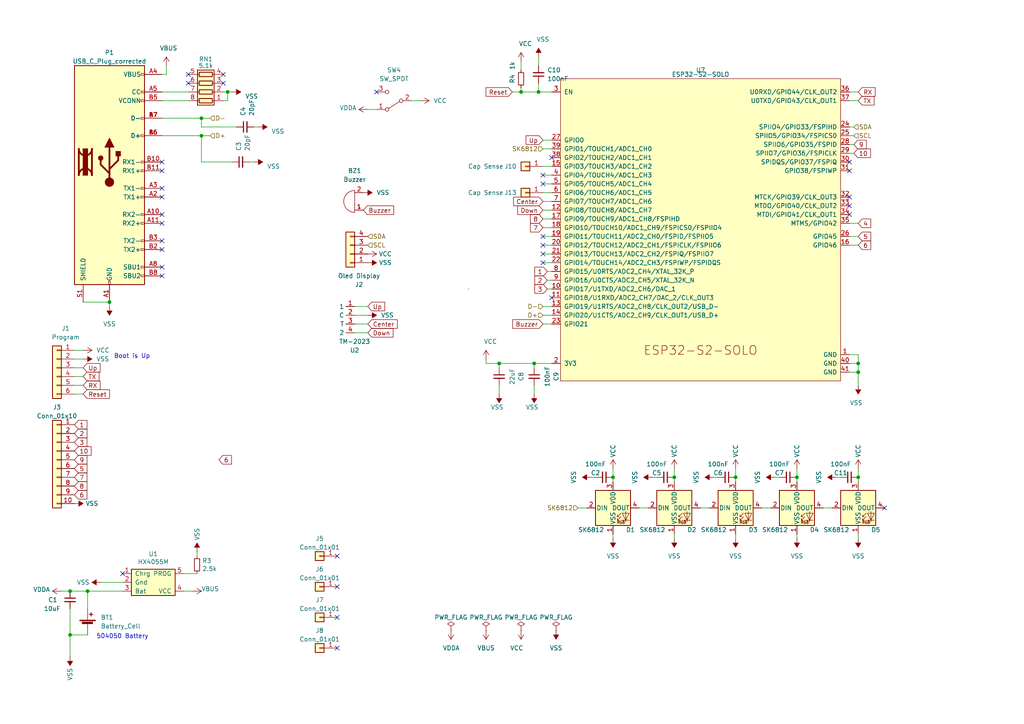
<source format=kicad_sch>
(kicad_sch (version 20220404) (generator eeschema)
  (paper "A4")
  (lib_symbols
    (symbol "Connector_Generic:Conn_01x01" (pin_names (offset 1.016) hide)
      (property "Reference" "J" (at 0 2.54 0))
      (property "Value" "Conn_01x01" (at 0 -2.54 0))
      (symbol "Conn_01x01_1_1"
        (pin passive line (at -5.08 0 0) (length 3.81) (name "Pin_1") (number "1"))
      )
    )
    (symbol "Connector_Generic:Conn_01x04" (pin_names (offset 1.016) hide)
      (property "Reference" "J" (at 0 5.08 0))
      (property "Value" "Conn_01x04" (at 0 -7.62 0))
      (symbol "Conn_01x04_1_1"
        (pin passive line (at -5.08 2.54 0) (length 3.81) (name "Pin_1") (number "1"))
        (pin passive line (at -5.08 0 0) (length 3.81) (name "Pin_2") (number "2"))
        (pin passive line (at -5.08 -2.54 0) (length 3.81) (name "Pin_3") (number "3"))
        (pin passive line (at -5.08 -5.08 0) (length 3.81) (name "Pin_4") (number "4"))
      )
    )
    (symbol "Connector_Generic:Conn_01x06" (pin_names (offset 1.016) hide)
      (property "Reference" "J" (at 0 7.62 0))
      (property "Value" "Conn_01x06" (at 0 -10.16 0))
      (symbol "Conn_01x06_1_1"
        (pin passive line (at -5.08 5.08 0) (length 3.81) (name "Pin_1") (number "1"))
        (pin passive line (at -5.08 2.54 0) (length 3.81) (name "Pin_2") (number "2"))
        (pin passive line (at -5.08 0 0) (length 3.81) (name "Pin_3") (number "3"))
        (pin passive line (at -5.08 -2.54 0) (length 3.81) (name "Pin_4") (number "4"))
        (pin passive line (at -5.08 -5.08 0) (length 3.81) (name "Pin_5") (number "5"))
        (pin passive line (at -5.08 -7.62 0) (length 3.81) (name "Pin_6") (number "6"))
      )
    )
    (symbol "Connector_Generic:Conn_01x10" (pin_names (offset 1.016) hide)
      (property "Reference" "J" (at 0 12.7 0))
      (property "Value" "Conn_01x10" (at 0 -15.24 0))
      (symbol "Conn_01x10_1_1"
        (pin passive line (at -5.08 10.16 0) (length 3.81) (name "Pin_1") (number "1"))
        (pin passive line (at -5.08 -12.7 0) (length 3.81) (name "Pin_10") (number "10"))
        (pin passive line (at -5.08 7.62 0) (length 3.81) (name "Pin_2") (number "2"))
        (pin passive line (at -5.08 5.08 0) (length 3.81) (name "Pin_3") (number "3"))
        (pin passive line (at -5.08 2.54 0) (length 3.81) (name "Pin_4") (number "4"))
        (pin passive line (at -5.08 0 0) (length 3.81) (name "Pin_5") (number "5"))
        (pin passive line (at -5.08 -2.54 0) (length 3.81) (name "Pin_6") (number "6"))
        (pin passive line (at -5.08 -5.08 0) (length 3.81) (name "Pin_7") (number "7"))
        (pin passive line (at -5.08 -7.62 0) (length 3.81) (name "Pin_8") (number "8"))
        (pin passive line (at -5.08 -10.16 0) (length 3.81) (name "Pin_9") (number "9"))
      )
    )
    (symbol "Deauth:TM-2023"
      (property "Reference" "U" (at 0 0 0))
      (property "Value" "TM-2023" (at 0 0 0))
      (symbol "TM-2023_1_1"
        (pin input line (at 0 10.16 180) (length 2.54) (name "1") (number "1"))
        (pin input line (at 0 7.62 180) (length 2.54) (name "C") (number "2"))
        (pin input line (at 0 5.08 180) (length 2.54) (name "T") (number "3"))
        (pin input line (at 0 2.54 180) (length 2.54) (name "2") (number "4"))
      )
    )
    (symbol "Device:Battery_Cell" (pin_numbers hide) (pin_names (offset 0) hide)
      (property "Reference" "BT" (at 2.54 2.54 0))
      (property "Value" "Battery_Cell" (at 2.54 0 0))
      (symbol "Battery_Cell_1_1"
        (pin passive line (at 0 5.08 270) (length 2.54) (name "+") (number "1"))
        (pin passive line (at 0 -2.54 90) (length 2.54) (name "-") (number "2"))
      )
    )
    (symbol "Device:Buzzer" (pin_names (offset 0.0254) hide)
      (property "Reference" "BZ" (at 3.81 1.27 0))
      (property "Value" "Buzzer" (at 3.81 -1.27 0))
      (symbol "Buzzer_1_1"
        (pin passive line (at -2.54 2.54 0) (length 2.54) (name "-") (number "1"))
        (pin passive line (at -2.54 -2.54 0) (length 2.54) (name "+") (number "2"))
      )
    )
    (symbol "Device:C_Small" (pin_numbers hide) (pin_names (offset 0.254) hide)
      (property "Reference" "C" (at 0.254 1.778 0))
      (property "Value" "C_Small" (at 0.254 -2.032 0))
      (symbol "C_Small_1_1"
        (pin passive line (at 0 2.54 270) (length 2.032) (name "~") (number "1"))
        (pin passive line (at 0 -2.54 90) (length 2.032) (name "~") (number "2"))
      )
    )
    (symbol "Device:R_Pack04" (pin_names (offset 0) hide)
      (property "Reference" "RN" (at -7.62 0 90))
      (property "Value" "R_Pack04" (at 5.08 0 90))
      (symbol "R_Pack04_1_1"
        (pin passive line (at -5.08 -5.08 90) (length 2.54) (name "R1.1") (number "1"))
        (pin passive line (at -2.54 -5.08 90) (length 2.54) (name "R2.1") (number "2"))
        (pin passive line (at 0 -5.08 90) (length 2.54) (name "R3.1") (number "3"))
        (pin passive line (at 2.54 -5.08 90) (length 2.54) (name "R4.1") (number "4"))
        (pin passive line (at 2.54 5.08 270) (length 2.54) (name "R4.2") (number "5"))
        (pin passive line (at 0 5.08 270) (length 2.54) (name "R3.2") (number "6"))
        (pin passive line (at -2.54 5.08 270) (length 2.54) (name "R2.2") (number "7"))
        (pin passive line (at -5.08 5.08 270) (length 2.54) (name "R1.2") (number "8"))
      )
    )
    (symbol "Device:R_Small" (pin_numbers hide) (pin_names (offset 0.254) hide)
      (property "Reference" "R" (at 0.762 0.508 0))
      (property "Value" "R_Small" (at 0.762 -1.016 0))
      (symbol "R_Small_1_1"
        (pin passive line (at 0 2.54 270) (length 0.762) (name "~") (number "1"))
        (pin passive line (at 0 -2.54 90) (length 0.762) (name "~") (number "2"))
      )
    )
    (symbol "Espressif:ESP32-S2-SOLO" (pin_names (offset 1.016))
      (property "Reference" "U" (at 0 43.18 0))
      (property "Value" "ESP32-S2-SOLO" (at 0 -46.99 0))
      (symbol "ESP32-S2-SOLO_1_1"
        (text "ESP32-S2-SOLO" (at 0 -36.83 0) (effects (font (size 2.54 2.54))))
        (pin power_in line (at 43.18 -38.1 180) (length 2.54) (name "GND") (number "1"))
        (pin bidirectional line (at -43.18 -19.05 0) (length 2.54) (name "GPIO17/U1TXD/ADC2_CH6/DAC_1") (number "10"))
        (pin bidirectional line (at -43.18 -21.59 0) (length 2.54) (name "GPIO18/U1RXD/ADC2_CH7/DAC_2/CLK_OUT3") (number "11"))
        (pin bidirectional line (at -43.18 3.81 0) (length 2.54) (name "GPIO8/TOUCH8/ADC1_CH7") (number "12"))
        (pin bidirectional line (at -43.18 -24.13 0) (length 2.54) (name "GPIO19/U1RTS/ADC2_CH8/CLK_OUT2/USB_D-") (number "13"))
        (pin bidirectional line (at -43.18 -26.67 0) (length 2.54) (name "GPIO20/U1CTS/ADC2_CH9/CLK_OUT1/USB_D+") (number "14"))
        (pin bidirectional line (at -43.18 16.51 0) (length 2.54) (name "GPIO3/TOUCH3/ADC1_CH2") (number "15"))
        (pin input line (at 43.18 -6.35 180) (length 2.54) (name "GPIO46") (number "16"))
        (pin bidirectional line (at -43.18 1.27 0) (length 2.54) (name "GPIO9/TOUCH9/ADC1_CH8/FSPIHD") (number "17"))
        (pin bidirectional line (at -43.18 -1.27 0) (length 2.54) (name "GPIO10/TOUCH10/ADC1_CH9/FSPICS0/FSPIIO4") (number "18"))
        (pin bidirectional line (at -43.18 -3.81 0) (length 2.54) (name "GPIO11/TOUCH11/ADC2_CH0/FSPID/FSPIIO5") (number "19"))
        (pin power_in line (at -43.18 -40.64 0) (length 2.54) (name "3V3") (number "2"))
        (pin bidirectional line (at -43.18 -6.35 0) (length 2.54) (name "GPIO12/TOUCH12/ADC2_CH1/FSPICLK/FSPIIO6") (number "20"))
        (pin bidirectional line (at -43.18 -8.89 0) (length 2.54) (name "GPIO13/TOUCH13/ADC2_CH2/FSPIQ/FSPIIO7") (number "21"))
        (pin bidirectional line (at -43.18 -11.43 0) (length 2.54) (name "GPIO14/TOUCH14/ADC2_CH3/FSPIWP/FSPIDQS") (number "22"))
        (pin bidirectional line (at -43.18 -29.21 0) (length 2.54) (name "GPIO21") (number "23"))
        (pin bidirectional line (at 43.18 27.94 180) (length 2.54) (name "SPIIO4/GPIO33/FSPIHD") (number "24"))
        (pin bidirectional line (at 43.18 25.4 180) (length 2.54) (name "SPIIO5/GPIO34/FSPICS0") (number "25"))
        (pin bidirectional line (at 43.18 -3.81 180) (length 2.54) (name "GPIO45") (number "26"))
        (pin bidirectional line (at -43.18 24.13 0) (length 2.54) (name "GPIO0") (number "27"))
        (pin bidirectional line (at 43.18 22.86 180) (length 2.54) (name "SPIIO6/GPIO35/FSPID") (number "28"))
        (pin bidirectional line (at 43.18 20.32 180) (length 2.54) (name "SPIIO7/GPIO36/FSPICLK") (number "29"))
        (pin bidirectional line (at -43.18 38.1 0) (length 2.54) (name "EN") (number "3"))
        (pin bidirectional line (at 43.18 17.78 180) (length 2.54) (name "SPIDQS/GPIO37/FSPIQ") (number "30"))
        (pin bidirectional line (at 43.18 15.24 180) (length 2.54) (name "GPIO38/FSPIWP") (number "31"))
        (pin bidirectional line (at 43.18 7.62 180) (length 2.54) (name "MTCK/GPIO39/CLK_OUT3") (number "32"))
        (pin bidirectional line (at 43.18 5.08 180) (length 2.54) (name "MTDO/GPIO40/CLK_OUT2") (number "33"))
        (pin bidirectional line (at 43.18 2.54 180) (length 2.54) (name "MTDI/GPIO41/CLK_OUT1") (number "34"))
        (pin bidirectional line (at 43.18 0 180) (length 2.54) (name "MTMS/GPIO42") (number "35"))
        (pin bidirectional line (at 43.18 38.1 180) (length 2.54) (name "U0RXD/GPIO44/CLK_OUT2") (number "36"))
        (pin bidirectional line (at 43.18 35.56 180) (length 2.54) (name "U0TXD/GPIO43/CLK_OUT1") (number "37"))
        (pin bidirectional line (at -43.18 19.05 0) (length 2.54) (name "GPIO2/TOUCH2/ADC1_CH1") (number "38"))
        (pin bidirectional line (at -43.18 21.59 0) (length 2.54) (name "GPIO1/TOUCH1/ADC1_CH0") (number "39"))
        (pin bidirectional line (at -43.18 13.97 0) (length 2.54) (name "GPIO4/TOUCH4/ADC1_CH3") (number "4"))
        (pin input line (at 43.18 -40.64 180) (length 2.54) (name "GND") (number "40"))
        (pin input line (at 43.18 -43.18 180) (length 2.54) (name "GND") (number "41"))
        (pin bidirectional line (at -43.18 11.43 0) (length 2.54) (name "GPIO5/TOUCH5/ADC1_CH4") (number "5"))
        (pin bidirectional line (at -43.18 8.89 0) (length 2.54) (name "GPIO6/TOUCH6/ADC1_CH5") (number "6"))
        (pin bidirectional line (at -43.18 6.35 0) (length 2.54) (name "GPIO7/TOUCH7/ADC1_CH6") (number "7"))
        (pin bidirectional line (at -43.18 -13.97 0) (length 2.54) (name "GPIO15/U0RTS/ADC2_CH4/XTAL_32K_P") (number "8"))
        (pin bidirectional line (at -43.18 -16.51 0) (length 2.54) (name "GPIO16/U0CTS/ADC2_CH5/XTAL_32K_N") (number "9"))
      )
    )
    (symbol "LED:SK6812" (pin_names (offset 0.254))
      (property "Reference" "D" (at 5.08 5.715 0))
      (property "Value" "SK6812" (at 1.27 -5.715 0))
      (symbol "SK6812_0_0"
        (text "RGB" (at 2.286 -4.191 0) (effects (font (size 0.762 0.762))))
      )
      (symbol "SK6812_1_1"
        (pin power_in line (at 0 -7.62 90) (length 2.54) (name "VSS") (number "1"))
        (pin input line (at -7.62 0 0) (length 2.54) (name "DIN") (number "2"))
        (pin power_in line (at 0 7.62 270) (length 2.54) (name "VDD") (number "3"))
        (pin output line (at 7.62 0 180) (length 2.54) (name "DOUT") (number "4"))
      )
    )
    (symbol "Switch:SW_SPDT" (pin_names (offset 0) hide)
      (property "Reference" "SW" (at 0 4.318 0))
      (property "Value" "SW_SPDT" (at 0 -5.08 0))
      (symbol "SW_SPDT_1_1"
        (pin passive line (at 5.08 2.54 180) (length 2.54) (name "A") (number "1"))
        (pin passive line (at -5.08 0 0) (length 2.54) (name "B") (number "2"))
        (pin passive line (at 5.08 -2.54 180) (length 2.54) (name "C") (number "3"))
      )
    )
    (symbol "TwitterKeyboard-rescue:HX4055M-MechKeyboard" (pin_names (offset 1.016))
      (property "Reference" "U" (at 5.08 -10.16 0))
      (property "Value" "HX4055M-MechKeyboard" (at 0 0 0))
      (symbol "HX4055M-MechKeyboard_1_1"
        (pin input line (at -8.89 -2.54 0) (length 2.54) (name "Chrg") (number "1"))
        (pin input line (at -8.89 -5.08 0) (length 2.54) (name "Gnd") (number "2"))
        (pin input line (at -8.89 -7.62 0) (length 2.54) (name "Bat") (number "3"))
        (pin input line (at 8.89 -7.62 180) (length 2.54) (name "VCC") (number "4"))
        (pin input line (at 8.89 -2.54 180) (length 2.54) (name "PROG") (number "5"))
      )
    )
    (symbol "USB_C_Plug_corrected_1" (pin_names (offset 1.016))
      (property "Reference" "P" (at -10.16 29.21 0))
      (property "Value" "USB_C_Plug_corrected_1" (at 10.16 29.21 0))
      (symbol "USB_C_Plug_corrected_1_1_1"
        (pin passive line (at 0 -40.64 90) (length 5.08) (name "GND") (number "A1"))
        (pin bidirectional line (at 15.24 -15.24 180) (length 5.08) (name "RX2-") (number "A10"))
        (pin bidirectional line (at 15.24 -17.78 180) (length 5.08) (name "RX2+") (number "A11"))
        (pin passive line (at 0 -40.64 90) (length 5.08) hide (name "GND") (number "A12"))
        (pin bidirectional line (at 15.24 -10.16 180) (length 5.08) (name "TX1+") (number "A2"))
        (pin bidirectional line (at 15.24 -7.62 180) (length 5.08) (name "TX1-") (number "A3"))
        (pin passive line (at 15.24 25.4 180) (length 5.08) (name "VBUS") (number "A4"))
        (pin bidirectional line (at 15.24 20.32 180) (length 5.08) (name "CC") (number "A5"))
        (pin bidirectional line (at 15.24 7.62 180) (length 5.08) (name "D+") (number "A6"))
        (pin bidirectional line (at 15.24 12.7 180) (length 5.08) (name "D-") (number "A7"))
        (pin bidirectional line (at 15.24 -30.48 180) (length 5.08) (name "SBU1") (number "A8"))
        (pin passive line (at 15.24 25.4 180) (length 5.08) hide (name "VBUS") (number "A9"))
        (pin passive line (at 0 -40.64 90) (length 5.08) hide (name "GND") (number "B1"))
        (pin bidirectional line (at 15.24 0 180) (length 5.08) (name "RX1-") (number "B10"))
        (pin bidirectional line (at 15.24 -2.54 180) (length 5.08) (name "RX1+") (number "B11"))
        (pin passive line (at 0 -40.64 90) (length 5.08) hide (name "GND") (number "B12"))
        (pin bidirectional line (at 15.24 -25.4 180) (length 5.08) (name "TX2+") (number "B2"))
        (pin bidirectional line (at 15.24 -22.86 180) (length 5.08) (name "TX2-") (number "B3"))
        (pin passive line (at 15.24 25.4 180) (length 5.08) hide (name "VBUS") (number "B4"))
        (pin bidirectional line (at 15.24 17.78 180) (length 5.08) (name "VCONN") (number "B5"))
        (pin bidirectional line (at 15.24 7.62 180) (length 5.08) (name "D+") (number "B6"))
        (pin bidirectional line (at 15.24 12.7 180) (length 5.08) (name "D-") (number "B7"))
        (pin bidirectional line (at 15.24 -33.02 180) (length 5.08) (name "SBU2") (number "B8"))
        (pin passive line (at 15.24 25.4 180) (length 5.08) hide (name "VBUS") (number "B9"))
        (pin passive line (at -7.62 -40.64 90) (length 5.08) (name "SHIELD") (number "S1"))
      )
    )
    (symbol "power:PWR_FLAG" (power) (pin_numbers hide) (pin_names (offset 0) hide)
      (property "Value" "PWR_FLAG" (at 0 3.81 0))
      (symbol "PWR_FLAG_0_0"
        (pin power_out line (at 0 0 90) (length 0) (name "pwr") (number "1"))
      )
    )
    (symbol "power:VBUS" (power) (pin_names (offset 0))
      (property "Value" "VBUS" (at 0 3.81 0))
      (symbol "VBUS_1_1"
        (pin power_in line (at 0 0 90) (length 0) hide (name "VBUS") (number "1"))
      )
    )
    (symbol "power:VCC" (power) (pin_names (offset 0))
      (property "Value" "VCC" (at 0 3.81 0))
      (symbol "VCC_1_1"
        (pin power_in line (at 0 0 90) (length 0) hide (name "VCC") (number "1"))
      )
    )
    (symbol "power:VDDA" (power) (pin_names (offset 0))
      (property "Value" "VDDA" (at 0 3.81 0))
      (symbol "VDDA_1_1"
        (pin power_in line (at 0 0 90) (length 0) hide (name "VDDA") (number "1"))
      )
    )
    (symbol "power:VSS" (power) (pin_names (offset 0))
      (property "Value" "VSS" (at 0 3.81 0))
      (symbol "VSS_1_1"
        (pin power_in line (at 0 0 90) (length 0) hide (name "VSS") (number "1"))
      )
    )
  )
  (junction (at 248.92 138.43))
  (junction (at 20.32 171.45) (diameter 0.9144))
  (junction (at 144.78 105.41))
  (junction (at 248.92 105.41))
  (junction (at 156.21 26.67))
  (junction (at 213.36 138.43))
  (junction (at 58.42 34.29) (diameter 0.9144))
  (junction (at 195.58 138.43))
  (junction (at 151.13 26.67) (diameter 0.9144))
  (junction (at 20.32 184.15))
  (junction (at 31.75 87.63))
  (junction (at 25.4 171.45))
  (junction (at 66.04 26.67) (diameter 0.9144))
  (junction (at 177.8 138.43))
  (junction (at 231.14 138.43))
  (junction (at 248.92 107.95))
  (junction (at 154.94 105.41))
  (junction (at 58.42 39.37) (diameter 0.9144))
  (no_connect (at 97.79 161.29))
  (no_connect (at 46.99 57.15))
  (no_connect (at 46.99 54.61))
  (no_connect (at 97.79 170.18))
  (no_connect (at 157.48 50.8))
  (no_connect (at 157.48 53.34))
  (no_connect (at 46.99 62.23))
  (no_connect (at 64.77 24.13))
  (no_connect (at 35.56 166.37))
  (no_connect (at 157.48 68.58))
  (no_connect (at 157.48 71.12))
  (no_connect (at 157.48 73.66))
  (no_connect (at 157.48 76.2))
  (no_connect (at 54.61 21.59))
  (no_connect (at 256.54 147.32))
  (no_connect (at 46.99 69.85))
  (no_connect (at 97.79 179.07))
  (no_connect (at 46.99 72.39))
  (no_connect (at 109.22 26.67))
  (no_connect (at 246.38 59.69))
  (no_connect (at 246.38 49.53))
  (no_connect (at 54.61 24.13))
  (no_connect (at 246.38 57.15))
  (no_connect (at 246.38 62.23))
  (no_connect (at 246.38 46.99))
  (no_connect (at 46.99 77.47))
  (no_connect (at 97.79 187.96))
  (no_connect (at 160.02 45.72))
  (no_connect (at 160.02 86.36))
  (no_connect (at 64.77 21.59))
  (no_connect (at 46.99 46.99))
  (no_connect (at 46.99 49.53))
  (no_connect (at 46.99 64.77))
  (no_connect (at 46.99 80.01))
  (wire (pts (xy 68.58 36.83) (xy 58.42 36.83)))
  (wire (pts (xy 157.48 43.18) (xy 160.02 43.18)))
  (wire (pts (xy 248.92 138.43) (xy 248.92 139.7)))
  (wire (pts (xy 102.87 93.98) (xy 106.68 93.98)))
  (wire (pts (xy 195.58 138.43) (xy 195.58 139.7)))
  (wire (pts (xy 25.4 171.45) (xy 25.4 176.53)))
  (wire (pts (xy 21.59 111.76) (xy 24.13 111.76)))
  (wire (pts (xy 238.76 147.32) (xy 241.3 147.32)))
  (wire (pts (xy 64.77 26.67) (xy 66.04 26.67)))
  (wire (pts (xy 203.2 147.32) (xy 205.74 147.32)))
  (wire (pts (xy 144.78 105.41) (xy 154.94 105.41)))
  (wire (pts (xy 46.99 39.37) (xy 58.42 39.37)))
  (wire (pts (xy 156.21 26.67) (xy 160.02 26.67)))
  (wire (pts (xy 246.38 26.67) (xy 248.92 26.67)))
  (wire (pts (xy 46.99 26.67) (xy 54.61 26.67)))
  (wire (pts (xy 20.32 171.45) (xy 25.4 171.45)))
  (wire (pts (xy 46.99 29.21) (xy 54.61 29.21)))
  (wire (pts (xy 106.68 31.75) (xy 109.22 31.75)))
  (wire (pts (xy 25.4 171.45) (xy 35.56 171.45)))
  (wire (pts (xy 177.8 154.94) (xy 177.8 156.21)))
  (wire (pts (xy 29.21 168.91) (xy 35.56 168.91)))
  (wire (pts (xy 156.21 16.51) (xy 156.21 19.05)))
  (wire (pts (xy 157.48 60.96) (xy 160.02 60.96)))
  (wire (pts (xy 248.92 107.95) (xy 248.92 111.76)))
  (wire (pts (xy 148.59 26.67) (xy 151.13 26.67)))
  (wire (pts (xy 213.36 138.43) (xy 213.36 139.7)))
  (wire (pts (xy 157.48 48.26) (xy 160.02 48.26)))
  (wire (pts (xy 157.48 73.66) (xy 160.02 73.66)))
  (wire (pts (xy 66.04 26.67) (xy 67.31 26.67)))
  (wire (pts (xy 66.04 26.67) (xy 66.04 29.21)))
  (wire (pts (xy 157.48 58.42) (xy 160.02 58.42)))
  (wire (pts (xy 246.38 105.41) (xy 248.92 105.41)))
  (wire (pts (xy 58.42 34.29) (xy 60.96 34.29)))
  (wire (pts (xy 58.42 46.99) (xy 58.42 39.37)))
  (wire (pts (xy 154.94 105.41) (xy 160.02 105.41)))
  (wire (pts (xy 246.38 44.45) (xy 247.65 44.45)))
  (wire (pts (xy 160.02 83.82) (xy 158.75 83.82)))
  (wire (pts (xy 208.28 138.43) (xy 207.01 138.43)))
  (wire (pts (xy 102.87 88.9) (xy 106.68 88.9)))
  (wire (pts (xy 156.21 24.13) (xy 156.21 26.67)))
  (wire (pts (xy 140.97 105.41) (xy 144.78 105.41)))
  (wire (pts (xy 243.84 138.43) (xy 242.57 138.43)))
  (wire (pts (xy 21.59 101.6) (xy 24.13 101.6)))
  (wire (pts (xy 248.92 154.94) (xy 248.92 156.21)))
  (wire (pts (xy 121.92 29.21) (xy 119.38 29.21)))
  (wire (pts (xy 58.42 39.37) (xy 60.96 39.37)))
  (wire (pts (xy 20.32 184.15) (xy 25.4 184.15)))
  (wire (pts (xy 157.48 63.5) (xy 160.02 63.5)))
  (wire (pts (xy 17.78 171.45) (xy 20.32 171.45)))
  (wire (pts (xy 185.42 147.32) (xy 187.96 147.32)))
  (wire (pts (xy 231.14 138.43) (xy 231.14 139.7)))
  (wire (pts (xy 48.26 19.05) (xy 48.26 21.59)))
  (wire (pts (xy 21.59 109.22) (xy 24.13 109.22)))
  (wire (pts (xy 190.5 138.43) (xy 189.23 138.43)))
  (wire (pts (xy 157.48 50.8) (xy 160.02 50.8)))
  (wire (pts (xy 231.14 135.89) (xy 231.14 138.43)))
  (wire (pts (xy 195.58 135.89) (xy 195.58 138.43)))
  (wire (pts (xy 248.92 105.41) (xy 248.92 107.95)))
  (wire (pts (xy 154.94 105.41) (xy 154.94 106.68)))
  (wire (pts (xy 157.48 71.12) (xy 160.02 71.12)))
  (wire (pts (xy 53.34 171.45) (xy 55.88 171.45)))
  (wire (pts (xy 102.87 96.52) (xy 106.68 96.52)))
  (wire (pts (xy 151.13 17.78) (xy 151.13 20.32)))
  (wire (pts (xy 24.13 87.63) (xy 31.75 87.63)))
  (wire (pts (xy 151.13 25.4) (xy 151.13 26.67)))
  (wire (pts (xy 160.02 81.28) (xy 158.75 81.28)))
  (wire (pts (xy 177.8 135.89) (xy 177.8 138.43)))
  (wire (pts (xy 248.92 102.87) (xy 248.92 105.41)))
  (wire (pts (xy 246.38 102.87) (xy 248.92 102.87)))
  (wire (pts (xy 64.77 29.21) (xy 66.04 29.21)))
  (wire (pts (xy 67.31 46.99) (xy 58.42 46.99)))
  (wire (pts (xy 20.32 184.15) (xy 20.32 190.5)))
  (wire (pts (xy 157.48 88.9) (xy 160.02 88.9)))
  (wire (pts (xy 246.38 36.83) (xy 247.65 36.83)))
  (wire (pts (xy 48.26 21.59) (xy 46.99 21.59)))
  (wire (pts (xy 246.38 107.95) (xy 248.92 107.95)))
  (wire (pts (xy 140.97 104.14) (xy 140.97 105.41)))
  (wire (pts (xy 246.38 71.12) (xy 248.92 71.12)))
  (wire (pts (xy 21.59 114.3) (xy 24.13 114.3)))
  (wire (pts (xy 72.39 46.99) (xy 73.66 46.99)))
  (wire (pts (xy 21.59 106.68) (xy 24.13 106.68)))
  (wire (pts (xy 57.15 161.29) (xy 57.15 160.02)))
  (wire (pts (xy 102.87 91.44) (xy 106.68 91.44)))
  (wire (pts (xy 172.72 138.43) (xy 171.45 138.43)))
  (wire (pts (xy 157.48 55.88) (xy 160.02 55.88)))
  (wire (pts (xy 157.48 40.64) (xy 160.02 40.64)))
  (wire (pts (xy 195.58 154.94) (xy 195.58 156.21)))
  (wire (pts (xy 73.66 36.83) (xy 74.93 36.83)))
  (wire (pts (xy 157.48 66.04) (xy 160.02 66.04)))
  (wire (pts (xy 220.98 147.32) (xy 223.52 147.32)))
  (wire (pts (xy 58.42 36.83) (xy 58.42 34.29)))
  (wire (pts (xy 160.02 78.74) (xy 158.75 78.74)))
  (wire (pts (xy 231.14 154.94) (xy 231.14 156.21)))
  (wire (pts (xy 177.8 138.43) (xy 177.8 139.7)))
  (wire (pts (xy 144.78 105.41) (xy 144.78 106.68)))
  (wire (pts (xy 246.38 29.21) (xy 248.92 29.21)))
  (wire (pts (xy 31.75 87.63) (xy 31.75 88.9)))
  (wire (pts (xy 20.32 176.53) (xy 20.32 184.15)))
  (wire (pts (xy 226.06 138.43) (xy 224.79 138.43)))
  (wire (pts (xy 157.48 91.44) (xy 160.02 91.44)))
  (wire (pts (xy 246.38 39.37) (xy 247.65 39.37)))
  (wire (pts (xy 21.59 104.14) (xy 24.13 104.14)))
  (wire (pts (xy 157.48 93.98) (xy 160.02 93.98)))
  (wire (pts (xy 213.36 135.89) (xy 213.36 138.43)))
  (wire (pts (xy 46.99 34.29) (xy 58.42 34.29)))
  (wire (pts (xy 154.94 111.76) (xy 154.94 114.3)))
  (wire (pts (xy 157.48 68.58) (xy 160.02 68.58)))
  (wire (pts (xy 246.38 64.77) (xy 248.92 64.77)))
  (wire (pts (xy 248.92 135.89) (xy 248.92 138.43)))
  (wire (pts (xy 144.78 111.76) (xy 144.78 114.3)))
  (wire (pts (xy 167.64 147.32) (xy 170.18 147.32)))
  (wire (pts (xy 246.38 41.91) (xy 247.65 41.91)))
  (wire (pts (xy 151.13 26.67) (xy 156.21 26.67)))
  (wire (pts (xy 246.38 68.58) (xy 248.92 68.58)))
  (wire (pts (xy 157.48 53.34) (xy 160.02 53.34)))
  (wire (pts (xy 157.48 76.2) (xy 160.02 76.2)))
  (wire (pts (xy 213.36 154.94) (xy 213.36 156.21)))
  (wire (pts (xy 53.34 166.37) (xy 57.15 166.37)))
  (text "Boot is Up" (at 33.02 104.14 0) (effects (font (size 1.27 1.27)) (justify left bottom)))
  (text "504050 Battery" (at 27.94 185.42 0) (effects (font (size 1.27 1.27)) (justify left bottom)))
  (global_label "Up" (shape input) (at 106.68 88.9 0) (property "Intersheetrefs" "${INTERSHEET_REFS}" (effects hide)))
  (global_label "Center" (shape input) (at 157.48 58.42 180) (property "Intersheet References" "${INTERSHEET_REFS}" (effects hide)))
  (global_label "Buzzer" (shape input) (at 105.41 60.96 0) (property "Intersheet References" "${INTERSHEET_REFS}" (effects hide)))
  (global_label "Up" (shape input) (at 24.13 106.68 0) (property "Intersheetrefs" "${INTERSHEET_REFS}" (effects hide)))
  (global_label "9" (shape input) (at 247.65 41.91 0) (property "Intersheetrefs" "${INTERSHEET_REFS}" (effects hide)))
  (global_label "7" (shape input) (at 157.48 66.04 180) (property "Intersheet References" "${INTERSHEET_REFS}" (effects hide)))
  (global_label "4" (shape input) (at 248.92 64.77 0) (property "Intersheet References" "${INTERSHEET_REFS}" (effects hide)))
  (global_label "Up" (shape input) (at 157.48 40.64 180) (property "Intersheetrefs" "${INTERSHEET_REFS}" (effects hide)))
  (global_label "1" (shape input) (at 21.59 123.19 0) (property "Intersheet References" "${INTERSHEET_REFS}" (effects hide)))
  (global_label "6" (shape input) (at 248.92 71.12 0) (property "Intersheet References" "${INTERSHEET_REFS}" (effects hide)))
  (global_label "TX" (shape input) (at 248.92 29.21 0) (property "Intersheet References" "${INTERSHEET_REFS}" (effects hide)))
  (global_label "Down" (shape input) (at 157.48 60.96 180) (property "Intersheetrefs" "${INTERSHEET_REFS}" (effects hide)))
  (global_label "5" (shape input) (at 248.92 68.58 0) (property "Intersheetrefs" "${INTERSHEET_REFS}" (effects hide)))
  (global_label "Reset" (shape input) (at 148.59 26.67 180) (property "Intersheet References" "${INTERSHEET_REFS}" (effects hide)))
  (global_label "RX" (shape input) (at 24.13 111.76 0) (property "Intersheet References" "${INTERSHEET_REFS}" (effects hide)))
  (global_label "Down" (shape input) (at 106.68 96.52 0) (property "Intersheetrefs" "${INTERSHEET_REFS}" (effects hide)))
  (global_label "Buzzer" (shape input) (at 157.48 93.98 180) (property "Intersheet References" "${INTERSHEET_REFS}" (effects hide)))
  (global_label "8" (shape input) (at 21.59 140.97 0) (property "Intersheetrefs" "${INTERSHEET_REFS}" (effects hide)))
  (global_label "5" (shape input) (at 21.59 135.89 0) (property "Intersheetrefs" "${INTERSHEET_REFS}" (effects hide)))
  (global_label "Center" (shape input) (at 106.68 93.98 0) (property "Intersheet References" "${INTERSHEET_REFS}" (effects hide)))
  (global_label "3" (shape input) (at 21.59 128.27 0) (property "Intersheet References" "${INTERSHEET_REFS}" (effects hide)))
  (global_label "2" (shape input) (at 21.59 125.73 0) (property "Intersheet References" "${INTERSHEET_REFS}" (effects hide)))
  (global_label "9" (shape input) (at 21.59 133.35 0) (property "Intersheetrefs" "${INTERSHEET_REFS}" (effects hide)))
  (global_label "10" (shape input) (at 21.59 130.81 0) (property "Intersheetrefs" "${INTERSHEET_REFS}" (effects hide)))
  (global_label "10" (shape input) (at 247.65 44.45 0) (property "Intersheetrefs" "${INTERSHEET_REFS}" (effects hide)))
  (global_label "7" (shape input) (at 21.59 138.43 0) (property "Intersheet References" "${INTERSHEET_REFS}" (effects hide)))
  (global_label "3" (shape input) (at 158.75 83.82 180) (property "Intersheet References" "${INTERSHEET_REFS}" (effects hide)))
  (global_label "1" (shape input) (at 158.75 78.74 180) (property "Intersheet References" "${INTERSHEET_REFS}" (effects hide)))
  (global_label "2" (shape input) (at 158.75 81.28 180) (property "Intersheet References" "${INTERSHEET_REFS}" (effects hide)))
  (global_label "6" (shape input) (at 63.5 133.35 0) (property "Intersheet References" "${INTERSHEET_REFS}" (effects hide)))
  (global_label "TX" (shape input) (at 24.13 109.22 0) (property "Intersheet References" "${INTERSHEET_REFS}" (effects hide)))
  (global_label "RX" (shape input) (at 248.92 26.67 0) (property "Intersheet References" "${INTERSHEET_REFS}" (effects hide)))
  (global_label "6" (shape input) (at 21.59 143.51 0) (property "Intersheet References" "${INTERSHEET_REFS}" (effects hide)))
  (global_label "8" (shape input) (at 157.48 63.5 180) (property "Intersheetrefs" "${INTERSHEET_REFS}" (effects hide)))
  (global_label "Reset" (shape input) (at 24.13 114.3 0) (property "Intersheet References" "${INTERSHEET_REFS}" (effects hide)))
  (hierarchical_label "D-" (shape input) (at 157.48 88.9 180))
  (hierarchical_label "SDA" (shape input) (at 106.68 68.58 0))
  (hierarchical_label "SCL" (shape input) (at 106.68 71.12 0))
  (hierarchical_label "D+" (shape input) (at 60.96 39.37 0))
  (hierarchical_label "SK6812" (shape input) (at 157.48 43.18 180))
  (hierarchical_label "SCL" (shape input) (at 247.65 39.37 0))
  (hierarchical_label "SDA" (shape input) (at 247.65 36.83 0))
  (hierarchical_label "D+" (shape input) (at 157.48 91.44 180))
  (hierarchical_label "SK6812" (shape input) (at 167.64 147.32 180))
  (hierarchical_label "D-" (shape input) (at 60.96 34.29 0))
  (symbol (lib_id "Device:Buzzer") (at 102.87 58.42 180) (unit 1)
    (default_instance (reference "U") (unit 1) (value "") (footprint ""))
    (property "Reference" "BZ1" (at 102.87 49.53 0))
    (property "Value" "Buzzer" (at 102.87 52.07 0))
    (property "Footprint" "Bsides22:FUET-9032-Buzzer" (effects hide))
  )
  (symbol (lib_id "power:VSS") (at 154.94 114.3 180) (unit 1)
    (default_instance (reference "U") (unit 1) (value "") (footprint ""))
    (property "Reference" "#PWR040" (effects hide))
    (property "Value" "VSS" (at 156.21 118.11 0) (effects (justify left)))
  )
  (symbol (lib_id "LED:SK6812") (at 195.58 147.32 0) (unit 1)
    (default_instance (reference "U") (unit 1) (value "") (footprint ""))
    (property "Reference" "D2" (at 200.66 153.67 0))
    (property "Value" "SK6812" (at 189.23 153.67 0))
    (property "Footprint" "LED_SMD:LED_SK6812_PLCC4_5.0x5.0mm_P3.2mm" (effects hide))
    (property "Datasheet" "https://cdn-shop.adafruit.com/product-files/1138/SK6812+LED+datasheet+.pdf" (effects hide))
  )
  (symbol (lib_id "Device:R_Pack04") (at 59.69 24.13 90) (unit 1)
    (default_instance (reference "U") (unit 1) (value "") (footprint ""))
    (property "Reference" "RN1" (at 59.69 17.145 90))
    (property "Value" "5.1k" (at 59.69 19.05 90))
    (property "Footprint" "Resistor_SMD:R_Array_Convex_4x0603" (effects hide))
  )
  (symbol (lib_id "power:VCC") (at 213.36 135.89 0) (unit 1)
    (default_instance (reference "U") (unit 1) (value "") (footprint ""))
    (property "Reference" "#PWR020" (effects hide))
    (property "Value" "VCC" (at 213.36 130.81 90))
  )
  (symbol (lib_id "Device:C_Small") (at 156.21 21.59 180) (unit 1)
    (default_instance (reference "U") (unit 1) (value "") (footprint ""))
    (property "Reference" "C10" (at 158.75 20.32 0) (effects (justify right)))
    (property "Value" "100nF" (at 158.75 22.86 0) (effects (justify right)))
    (property "Footprint" "Capacitor_SMD:C_0805_2012Metric" (effects hide))
  )
  (symbol (lib_id "Device:C_Small") (at 144.78 109.22 0) (unit 1)
    (default_instance (reference "U") (unit 1) (value "") (footprint ""))
    (property "Reference" "C8" (at 151.13 109.22 90))
    (property "Value" "22uF" (at 148.59 109.22 90))
    (property "Footprint" "Capacitor_SMD:C_0805_2012Metric" (effects hide))
  )
  (symbol (lib_id "power:VSS") (at 74.93 36.83 270) (unit 1)
    (default_instance (reference "U") (unit 1) (value "") (footprint ""))
    (property "Reference" "#PWR021" (effects hide))
    (property "Value" "VSS" (at 78.74 38.1 90) (effects (justify left)))
  )
  (symbol (lib_id "power:VSS") (at 29.21 168.91 90) (unit 1)
    (default_instance (reference "U") (unit 1) (value "") (footprint ""))
    (property "Reference" "#PWR08" (effects hide))
    (property "Value" "VSS" (at 24.13 168.91 90))
  )
  (symbol (lib_id "power:VSS") (at 177.8 156.21 180) (unit 1)
    (default_instance (reference "U") (unit 1) (value "") (footprint ""))
    (property "Reference" "#PWR06" (effects hide))
    (property "Value" "VSS" (at 177.8 161.29 0))
  )
  (symbol (lib_id "power:VCC") (at 195.58 135.89 0) (unit 1)
    (default_instance (reference "U") (unit 1) (value "") (footprint ""))
    (property "Reference" "#PWR016" (effects hide))
    (property "Value" "VCC" (at 195.58 130.81 90))
  )
  (symbol (lib_id "power:VCC") (at 231.14 135.89 0) (unit 1)
    (default_instance (reference "U") (unit 1) (value "") (footprint ""))
    (property "Reference" "#PWR024" (effects hide))
    (property "Value" "VCC" (at 231.14 130.81 90))
  )
  (symbol (lib_id "power:VDDA") (at 106.68 31.75 90) (unit 1)
    (default_instance (reference "U") (unit 1) (value "") (footprint ""))
    (property "Reference" "#PWR026" (effects hide))
    (property "Value" "VDDA" (at 103.4288 31.2928 90) (effects (justify left)))
  )
  (symbol (lib_id "power:PWR_FLAG") (at 130.81 182.88 0) (unit 1)
    (default_instance (reference "U") (unit 1) (value "") (footprint ""))
    (property "Reference" "#FLG01" (effects hide))
    (property "Value" "PWR_FLAG" (at 130.81 179.07 0))
  )
  (symbol (lib_id "Device:C_Small") (at 193.04 138.43 270) (unit 1)
    (default_instance (reference "U") (unit 1) (value "") (footprint ""))
    (property "Reference" "C5" (at 190.5 137.16 90))
    (property "Value" "100nF" (at 190.5 134.62 90))
    (property "Footprint" "Capacitor_SMD:C_0805_2012Metric" (effects hide))
  )
  (symbol (lib_id "LED:SK6812") (at 248.92 147.32 0) (unit 1)
    (default_instance (reference "U") (unit 1) (value "") (footprint ""))
    (property "Reference" "D5" (at 254 153.67 0))
    (property "Value" "SK6812" (at 242.57 153.67 0))
    (property "Footprint" "LED_SMD:LED_SK6812_PLCC4_5.0x5.0mm_P3.2mm" (effects hide))
    (property "Datasheet" "https://cdn-shop.adafruit.com/product-files/1138/SK6812+LED+datasheet+.pdf" (effects hide))
  )
  (symbol (lib_id "Switch:SW_SPDT") (at 114.3 29.21 180) (unit 1)
    (default_instance (reference "U") (unit 1) (value "") (footprint ""))
    (property "Reference" "SW4" (at 114.3 20.32 0))
    (property "Value" "SW_SPDT" (at 114.3 22.86 0))
    (property "Footprint" "BreadBoardPwr:SK-3296S_switch" (effects hide))
  )
  (symbol (lib_id "power:VSS") (at 213.36 156.21 180) (unit 1)
    (default_instance (reference "U") (unit 1) (value "") (footprint ""))
    (property "Reference" "#PWR022" (effects hide))
    (property "Value" "VSS" (at 213.36 161.29 0))
  )
  (symbol (lib_id "Device:C_Small") (at 69.85 46.99 90) (unit 1)
    (default_instance (reference "U") (unit 1) (value "") (footprint ""))
    (property "Reference" "C3" (at 69.215 43.815 0) (effects (justify left)))
    (property "Value" "20pF" (at 71.755 43.815 0) (effects (justify left)))
    (property "Footprint" "Capacitor_SMD:C_0805_2012Metric" (effects hide))
  )
  (symbol (lib_id "Connector_Generic:Conn_01x04") (at 101.6 73.66 180) (unit 1)
    (default_instance (reference "U") (unit 1) (value "") (footprint ""))
    (property "Reference" "J2" (at 104.14 82.55 0))
    (property "Value" "Oled Display" (at 104.14 80.01 0))
    (property "Footprint" "Dragos:Oled" (effects hide))
  )
  (symbol (lib_id "power:VCC") (at 140.97 104.14 0) (unit 1)
    (default_instance (reference "U") (unit 1) (value "") (footprint ""))
    (property "Reference" "#PWR034" (effects hide))
    (property "Value" "VCC" (at 142.24 99.06 0))
  )
  (symbol (lib_id "power:VSS") (at 106.68 76.2 270) (unit 1)
    (default_instance (reference "U") (unit 1) (value "") (footprint ""))
    (property "Reference" "#PWR045" (effects hide))
    (property "Value" "VSS" (at 111.76 76.2 90))
  )
  (symbol (lib_id "power:VSS") (at 207.01 138.43 90) (unit 1)
    (default_instance (reference "U") (unit 1) (value "") (footprint ""))
    (property "Reference" "#PWR019" (effects hide))
    (property "Value" "VSS" (at 201.93 138.43 0))
  )
  (symbol (lib_name "USB_C_Plug_corrected_1") (lib_id "BadgePirates:USB_C_Plug_corrected") (at 31.75 46.99 0) (unit 1)
    (default_instance (reference "U") (unit 1) (value "") (footprint ""))
    (property "Reference" "P1" (at 31.75 15.24 0))
    (property "Value" "USB_C_Plug_corrected" (at 31.75 17.78 0))
    (property "Footprint" "BadgePirates:USB_C_Receptical-Jing" (effects hide))
    (property "Datasheet" "https://www.usb.org/sites/default/files/documents/usb_type-c.zip" (effects hide))
  )
  (symbol (lib_id "Device:C_Small") (at 210.82 138.43 270) (unit 1)
    (default_instance (reference "U") (unit 1) (value "") (footprint ""))
    (property "Reference" "C6" (at 208.28 137.16 90))
    (property "Value" "100nF" (at 208.28 134.62 90))
    (property "Footprint" "Capacitor_SMD:C_0805_2012Metric" (effects hide))
  )
  (symbol (lib_id "Connector_Generic:Conn_01x01") (at 92.71 170.18 180) (unit 1)
    (default_instance (reference "U") (unit 1) (value "") (footprint ""))
    (property "Reference" "J6" (at 92.71 165.1 0))
    (property "Value" "Conn_01x01" (at 92.71 167.64 0))
    (property "Footprint" "cafebabe:SMD Spacer M2.5" (effects hide))
  )
  (symbol (lib_id "power:VSS") (at 224.79 138.43 90) (unit 1)
    (default_instance (reference "U") (unit 1) (value "") (footprint ""))
    (property "Reference" "#PWR023" (effects hide))
    (property "Value" "VSS" (at 219.71 138.43 0))
  )
  (symbol (lib_id "power:VSS") (at 248.92 156.21 180) (unit 1)
    (default_instance (reference "U") (unit 1) (value "") (footprint ""))
    (property "Reference" "#PWR032" (effects hide))
    (property "Value" "VSS" (at 248.92 161.29 0))
  )
  (symbol (lib_id "Device:Battery_Cell") (at 25.4 181.61 0) (unit 1)
    (default_instance (reference "U") (unit 1) (value "") (footprint ""))
    (property "Reference" "BT1" (at 29.21 179.07 0) (effects (justify left)))
    (property "Value" "Battery_Cell" (at 29.21 181.61 0) (effects (justify left)))
    (property "Footprint" "DeauthBottom:AFC12-S02DCC-00" (effects hide))
  )
  (symbol (lib_id "power:PWR_FLAG") (at 140.97 182.88 0) (unit 1)
    (default_instance (reference "U") (unit 1) (value "") (footprint ""))
    (property "Reference" "#FLG02" (effects hide))
    (property "Value" "PWR_FLAG" (at 140.97 179.07 0))
  )
  (symbol (lib_id "Deauth:TM-2023") (at 102.87 99.06 0) (unit 1)
    (default_instance (reference "U") (unit 1) (value "") (footprint ""))
    (property "Reference" "U2" (at 102.87 101.6 0))
    (property "Value" "TM-2023" (at 102.87 99.06 0))
    (property "Footprint" "DeauthBottom:TM-2023" (effects hide))
  )
  (symbol (lib_id "Connector_Generic:Conn_01x01") (at 152.4 48.26 180) (unit 1)
    (default_instance (reference "U") (unit 1) (value "") (footprint ""))
    (property "Reference" "J10" (at 149.86 48.26 0) (effects (justify left)))
    (property "Value" "Cap Sense" (at 146.05 48.26 0) (effects (justify left)))
    (property "Footprint" "Bsides22:CapSense" (effects hide))
  )
  (symbol (lib_id "Connector_Generic:Conn_01x01") (at 152.4 55.88 180) (unit 1)
    (default_instance (reference "U") (unit 1) (value "") (footprint ""))
    (property "Reference" "J13" (at 149.86 55.88 0) (effects (justify left)))
    (property "Value" "Cap Sense" (at 146.05 55.88 0) (effects (justify left)))
    (property "Footprint" "Bsides22:CapSense" (effects hide))
  )
  (symbol (lib_id "power:VSS") (at 105.41 55.88 270) (unit 1)
    (default_instance (reference "U") (unit 1) (value "") (footprint ""))
    (property "Reference" "#PWR025" (effects hide))
    (property "Value" "VSS" (at 109.22 55.88 90) (effects (justify left)))
  )
  (symbol (lib_id "power:VSS") (at 144.78 114.3 180) (unit 1)
    (default_instance (reference "U") (unit 1) (value "") (footprint ""))
    (property "Reference" "#PWR037" (effects hide))
    (property "Value" "VSS" (at 146.05 118.11 0) (effects (justify left)))
  )
  (symbol (lib_id "power:VSS") (at 248.92 111.76 180) (unit 1)
    (default_instance (reference "U") (unit 1) (value "") (footprint ""))
    (property "Reference" "#PWR050" (effects hide))
    (property "Value" "VSS" (at 250.19 116.84 0) (effects (justify left)))
  )
  (symbol (lib_id "power:VSS") (at 161.29 182.88 180) (unit 1)
    (default_instance (reference "U") (unit 1) (value "") (footprint ""))
    (property "Reference" "#PWR043" (effects hide))
    (property "Value" "VSS" (at 161.29 187.96 0))
  )
  (symbol (lib_id "power:PWR_FLAG") (at 161.29 182.88 0) (unit 1)
    (default_instance (reference "U") (unit 1) (value "") (footprint ""))
    (property "Reference" "#FLG04" (effects hide))
    (property "Value" "PWR_FLAG" (at 161.29 179.07 0))
  )
  (symbol (lib_id "power:VSS") (at 67.31 26.67 270) (unit 1)
    (default_instance (reference "U") (unit 1) (value "") (footprint ""))
    (property "Reference" "#PWR015" (effects hide))
    (property "Value" "VSS" (at 71.12 27.94 90) (effects (justify left)))
  )
  (symbol (lib_id "power:VSS") (at 189.23 138.43 90) (unit 1)
    (default_instance (reference "U") (unit 1) (value "") (footprint ""))
    (property "Reference" "#PWR07" (effects hide))
    (property "Value" "VSS" (at 184.15 138.43 0))
  )
  (symbol (lib_id "Device:C_Small") (at 154.94 109.22 0) (unit 1)
    (default_instance (reference "U") (unit 1) (value "") (footprint ""))
    (property "Reference" "C9" (at 161.29 109.22 90))
    (property "Value" "100nF" (at 158.75 109.22 90))
    (property "Footprint" "Capacitor_SMD:C_0805_2012Metric" (effects hide))
  )
  (symbol (lib_id "power:VSS") (at 242.57 138.43 90) (unit 1)
    (default_instance (reference "U") (unit 1) (value "") (footprint ""))
    (property "Reference" "#PWR028" (effects hide))
    (property "Value" "VSS" (at 237.49 138.43 0))
  )
  (symbol (lib_id "power:VSS") (at 171.45 138.43 90) (unit 1)
    (default_instance (reference "U") (unit 1) (value "") (footprint ""))
    (property "Reference" "#PWR012" (effects hide))
    (property "Value" "VSS" (at 166.37 138.43 0))
  )
  (symbol (lib_id "power:VSS") (at 21.59 146.05 270) (unit 1)
    (default_instance (reference "U") (unit 1) (value "") (footprint ""))
    (property "Reference" "#U03" (effects hide))
    (property "Value" "VSS" (at 26.67 146.05 90))
  )
  (symbol (lib_id "TwitterKeyboard-rescue:HX4055M-MechKeyboard") (at 44.45 163.83 0) (unit 1)
    (default_instance (reference "U") (unit 1) (value "") (footprint ""))
    (property "Reference" "U1" (at 44.45 160.655 0))
    (property "Value" "HX4055M" (at 44.45 162.9664 0))
    (property "Footprint" "Package_TO_SOT_SMD:SOT-23-5" (effects hide))
  )
  (symbol (lib_id "Connector_Generic:Conn_01x06") (at 16.51 106.68 0) (mirror y) (unit 1)
    (default_instance (reference "U") (unit 1) (value "") (footprint ""))
    (property "Reference" "J1" (at 19.05 95.25 0))
    (property "Value" "Program" (at 19.05 97.79 0))
    (property "Footprint" "Connector_PinHeader_2.54mm:PinHeader_1x06_P2.54mm_Vertical" (effects hide))
  )
  (symbol (lib_id "Connector_Generic:Conn_01x10") (at 16.51 133.35 0) (mirror y) (unit 1)
    (default_instance (reference "J") (unit 1) (value "Conn_01x10") (footprint ""))
    (property "Reference" "J3" (at 16.51 118.11 0))
    (property "Value" "Conn_01x10" (at 16.51 120.65 0))
    (property "Footprint" "Connector_PinHeader_2.54mm:PinHeader_1x10_P2.54mm_Vertical" (effects hide))
  )
  (symbol (lib_id "Connector_Generic:Conn_01x01") (at 92.71 179.07 180) (unit 1)
    (default_instance (reference "U") (unit 1) (value "") (footprint ""))
    (property "Reference" "J7" (at 92.71 173.99 0))
    (property "Value" "Conn_01x01" (at 92.71 176.53 0))
    (property "Footprint" "cafebabe:SMD Spacer M2.5" (effects hide))
  )
  (symbol (lib_id "Device:C_Small") (at 175.26 138.43 270) (unit 1)
    (default_instance (reference "U") (unit 1) (value "") (footprint ""))
    (property "Reference" "C2" (at 172.72 137.16 90))
    (property "Value" "100nF" (at 172.72 134.62 90))
    (property "Footprint" "Capacitor_SMD:C_0805_2012Metric" (effects hide))
  )
  (symbol (lib_id "LED:SK6812") (at 177.8 147.32 0) (unit 1)
    (default_instance (reference "U") (unit 1) (value "") (footprint ""))
    (property "Reference" "D1" (at 182.88 153.67 0))
    (property "Value" "SK6812" (at 171.45 153.67 0))
    (property "Footprint" "LED_SMD:LED_SK6812_PLCC4_5.0x5.0mm_P3.2mm" (effects hide))
    (property "Datasheet" "https://cdn-shop.adafruit.com/product-files/1138/SK6812+LED+datasheet+.pdf" (effects hide))
  )
  (symbol (lib_id "power:PWR_FLAG") (at 151.13 182.88 0) (unit 1)
    (default_instance (reference "U") (unit 1) (value "") (footprint ""))
    (property "Reference" "#FLG03" (effects hide))
    (property "Value" "PWR_FLAG" (at 151.13 179.07 0))
  )
  (symbol (lib_id "Device:C_Small") (at 246.38 138.43 270) (unit 1)
    (default_instance (reference "U") (unit 1) (value "") (footprint ""))
    (property "Reference" "C11" (at 243.84 137.16 90))
    (property "Value" "100nF" (at 243.84 134.62 90))
    (property "Footprint" "Capacitor_SMD:C_0805_2012Metric" (effects hide))
  )
  (symbol (lib_id "power:VCC") (at 151.13 182.88 180) (unit 1)
    (default_instance (reference "U") (unit 1) (value "") (footprint ""))
    (property "Reference" "#PWR039" (effects hide))
    (property "Value" "VCC" (at 149.86 187.96 0))
  )
  (symbol (lib_id "power:VSS") (at 195.58 156.21 180) (unit 1)
    (default_instance (reference "U") (unit 1) (value "") (footprint ""))
    (property "Reference" "#PWR018" (effects hide))
    (property "Value" "VSS" (at 195.58 161.29 0))
  )
  (symbol (lib_id "Connector_Generic:Conn_01x01") (at 92.71 187.96 180) (unit 1)
    (default_instance (reference "U") (unit 1) (value "") (footprint ""))
    (property "Reference" "J8" (at 92.71 182.88 0))
    (property "Value" "Conn_01x01" (at 92.71 185.42 0))
    (property "Footprint" "cafebabe:SMD Spacer M2.5" (effects hide))
  )
  (symbol (lib_id "power:VSS") (at 106.68 91.44 270) (unit 1)
    (default_instance (reference "U") (unit 1) (value "") (footprint ""))
    (property "Reference" "#PWR01" (effects hide))
    (property "Value" "VSS" (at 110.49 91.44 90) (effects (justify left)))
  )
  (symbol (lib_id "Device:R_Small") (at 57.15 163.83 0) (unit 1)
    (default_instance (reference "U") (unit 1) (value "") (footprint ""))
    (property "Reference" "R3" (at 58.6486 162.6616 0) (effects (justify left)))
    (property "Value" "2.5k" (at 58.649 164.973 0) (effects (justify left)))
    (property "Footprint" "Resistor_SMD:R_0805_2012Metric" (effects hide))
  )
  (symbol (lib_id "power:VCC") (at 177.8 135.89 0) (unit 1)
    (default_instance (reference "U") (unit 1) (value "") (footprint ""))
    (property "Reference" "#PWR011" (effects hide))
    (property "Value" "VCC" (at 177.8 130.81 90))
  )
  (symbol (lib_id "power:VCC") (at 151.13 17.78 0) (unit 1)
    (default_instance (reference "U") (unit 1) (value "") (footprint ""))
    (property "Reference" "#PWR038" (effects hide))
    (property "Value" "VCC" (at 152.4 12.7 0))
  )
  (symbol (lib_id "power:VSS") (at 73.66 46.99 270) (unit 1)
    (default_instance (reference "U") (unit 1) (value "") (footprint ""))
    (property "Reference" "#PWR017" (effects hide))
    (property "Value" "VSS" (at 77.47 48.26 90) (effects (justify left)))
  )
  (symbol (lib_id "Device:R_Small") (at 151.13 22.86 180) (unit 1)
    (default_instance (reference "U") (unit 1) (value "") (footprint ""))
    (property "Reference" "R4" (at 148.59 22.86 90))
    (property "Value" "1k" (at 148.59 19.05 90))
    (property "Footprint" "Resistor_SMD:R_0805_2012Metric" (effects hide))
  )
  (symbol (lib_id "LED:SK6812") (at 231.14 147.32 0) (unit 1)
    (default_instance (reference "U") (unit 1) (value "") (footprint ""))
    (property "Reference" "D4" (at 236.22 153.67 0))
    (property "Value" "SK6812" (at 224.79 153.67 0))
    (property "Footprint" "LED_SMD:LED_SK6812_PLCC4_5.0x5.0mm_P3.2mm" (effects hide))
    (property "Datasheet" "https://cdn-shop.adafruit.com/product-files/1138/SK6812+LED+datasheet+.pdf" (effects hide))
  )
  (symbol (lib_id "power:VSS") (at 231.14 156.21 180) (unit 1)
    (default_instance (reference "U") (unit 1) (value "") (footprint ""))
    (property "Reference" "#PWR027" (effects hide))
    (property "Value" "VSS" (at 231.14 161.29 0))
  )
  (symbol (lib_id "power:VDDA") (at 17.78 171.45 90) (unit 1)
    (default_instance (reference "U") (unit 1) (value "") (footprint ""))
    (property "Reference" "#PWR02" (effects hide))
    (property "Value" "VDDA" (at 14.5288 170.9928 90) (effects (justify left)))
  )
  (symbol (lib_id "power:VBUS") (at 48.26 19.05 0) (unit 1)
    (default_instance (reference "U") (unit 1) (value "") (footprint ""))
    (property "Reference" "#PWR010" (effects hide))
    (property "Value" "VBUS" (at 48.895 13.97 0))
  )
  (symbol (lib_id "power:VSS") (at 57.15 160.02 0) (unit 1)
    (default_instance (reference "U") (unit 1) (value "") (footprint ""))
    (property "Reference" "#PWR014" (effects hide))
    (property "Value" "VSS" (at 57.15 154.94 90))
  )
  (symbol (lib_id "power:VSS") (at 20.32 190.5 180) (unit 1)
    (default_instance (reference "U") (unit 1) (value "") (footprint ""))
    (property "Reference" "#PWR03" (effects hide))
    (property "Value" "VSS" (at 20.32 195.58 90))
  )
  (symbol (lib_id "power:VBUS") (at 55.88 171.45 270) (unit 1)
    (default_instance (reference "U") (unit 1) (value "") (footprint ""))
    (property "Reference" "#PWR013" (effects hide))
    (property "Value" "VBUS" (at 60.96 170.815 90))
  )
  (symbol (lib_id "Device:C_Small") (at 228.6 138.43 270) (unit 1)
    (default_instance (reference "U") (unit 1) (value "") (footprint ""))
    (property "Reference" "C7" (at 226.06 137.16 90))
    (property "Value" "100nF" (at 226.06 134.62 90))
    (property "Footprint" "Capacitor_SMD:C_0805_2012Metric" (effects hide))
  )
  (symbol (lib_id "power:VCC") (at 106.68 73.66 270) (unit 1)
    (default_instance (reference "U") (unit 1) (value "") (footprint ""))
    (property "Reference" "#PWR044" (effects hide))
    (property "Value" "VCC" (at 111.76 73.66 90))
  )
  (symbol (lib_id "Device:C_Small") (at 20.32 173.99 0) (unit 1)
    (default_instance (reference "U") (unit 1) (value "") (footprint ""))
    (property "Reference" "C1" (at 13.97 173.99 0) (effects (justify left)))
    (property "Value" "10uF" (at 12.7 176.53 0) (effects (justify left)))
    (property "Footprint" "Capacitor_SMD:C_0805_2012Metric" (effects hide))
  )
  (symbol (lib_id "power:VCC") (at 121.92 29.21 270) (unit 1)
    (default_instance (reference "U") (unit 1) (value "") (footprint ""))
    (property "Reference" "#PWR029" (effects hide))
    (property "Value" "VCC" (at 125.73 29.21 90) (effects (justify left)))
  )
  (symbol (lib_id "Espressif:ESP32-S2-SOLO") (at 203.2 64.77 0) (unit 1)
    (default_instance (reference "U") (unit 1) (value "") (footprint ""))
    (property "Reference" "U7" (at 203.2 20.32 0))
    (property "Value" "ESP32-S2-SOLO" (at 203.2 21.59 0))
    (property "Footprint" "Espressif:ESP32-S2-SOLO" (effects hide))
    (property "Datasheet" "https://www.espressif.com/sites/default/files/documentation/esp32-s2-solo_esp32-s2-solo-u_datasheet_en.pdf" (effects hide))
  )
  (symbol (lib_id "power:VSS") (at 31.75 88.9 180) (unit 1)
    (default_instance (reference "U") (unit 1) (value "") (footprint ""))
    (property "Reference" "#PWR09" (effects hide))
    (property "Value" "VSS" (at 31.75 93.98 0))
  )
  (symbol (lib_id "power:VSS") (at 24.13 104.14 270) (unit 1)
    (default_instance (reference "U") (unit 1) (value "") (footprint ""))
    (property "Reference" "#PWR05" (effects hide))
    (property "Value" "VSS" (at 27.94 104.14 90) (effects (justify left)))
  )
  (symbol (lib_id "Device:C_Small") (at 71.12 36.83 90) (unit 1)
    (default_instance (reference "U") (unit 1) (value "") (footprint ""))
    (property "Reference" "C4" (at 70.485 33.655 0) (effects (justify left)))
    (property "Value" "20pF" (at 73.025 33.655 0) (effects (justify left)))
    (property "Footprint" "Capacitor_SMD:C_0805_2012Metric" (effects hide))
  )
  (symbol (lib_id "power:VBUS") (at 140.97 182.88 180) (unit 1)
    (default_instance (reference "U") (unit 1) (value "") (footprint ""))
    (property "Reference" "#PWR035" (effects hide))
    (property "Value" "VBUS" (at 140.97 187.96 0))
  )
  (symbol (lib_id "power:VDDA") (at 130.81 182.88 180) (unit 1)
    (default_instance (reference "U") (unit 1) (value "") (footprint ""))
    (property "Reference" "#PWR031" (effects hide))
    (property "Value" "VDDA" (at 133.35 187.96 0) (effects (justify left)))
  )
  (symbol (lib_id "power:VCC") (at 248.92 135.89 0) (unit 1)
    (default_instance (reference "U") (unit 1) (value "") (footprint ""))
    (property "Reference" "#PWR030" (effects hide))
    (property "Value" "VCC" (at 248.92 130.81 90))
  )
  (symbol (lib_id "power:VCC") (at 24.13 101.6 270) (unit 1)
    (default_instance (reference "U") (unit 1) (value "") (footprint ""))
    (property "Reference" "#PWR04" (effects hide))
    (property "Value" "VCC" (at 27.94 101.6 90) (effects (justify left)))
  )
  (symbol (lib_id "power:VSS") (at 156.21 16.51 0) (unit 1)
    (default_instance (reference "U") (unit 1) (value "") (footprint ""))
    (property "Reference" "#PWR042" (effects hide))
    (property "Value" "VSS" (at 157.48 11.43 0))
  )
  (symbol (lib_id "LED:SK6812") (at 213.36 147.32 0) (unit 1)
    (default_instance (reference "U") (unit 1) (value "") (footprint ""))
    (property "Reference" "D3" (at 218.44 153.67 0))
    (property "Value" "SK6812" (at 207.01 153.67 0))
    (property "Footprint" "LED_SMD:LED_SK6812_PLCC4_5.0x5.0mm_P3.2mm" (effects hide))
    (property "Datasheet" "https://cdn-shop.adafruit.com/product-files/1138/SK6812+LED+datasheet+.pdf" (effects hide))
  )
  (symbol (lib_id "Connector_Generic:Conn_01x01") (at 92.71 161.29 180) (unit 1)
    (default_instance (reference "U") (unit 1) (value "") (footprint ""))
    (property "Reference" "J5" (at 92.71 156.21 0))
    (property "Value" "Conn_01x01" (at 92.71 158.75 0))
    (property "Footprint" "cafebabe:SMD Spacer M2.5" (effects hide))
  )
)
</source>
